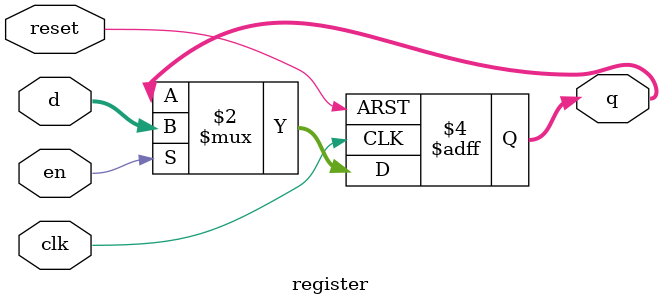
<source format=v>
module register (
    input clk,
    input reset,
    input en,
    input [7:0] d,
    output reg [7:0] q
);
    always @(posedge clk or posedge reset) begin
        if (reset)
            q <= 8'b0;
        else if (en)
            q <= d;
    end
endmodule
</source>
